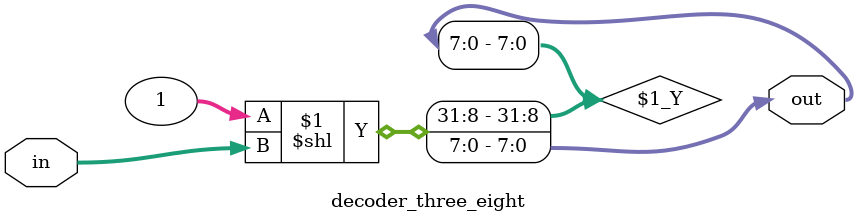
<source format=v>
module decoder_three_eight(in, out);
    input [2:0] in;
    
    output [7:0] out;

    // Shifting the one "in" positions to the left to implement one hot code
    wire [7:0] out = 1 << in;
endmodule

</source>
